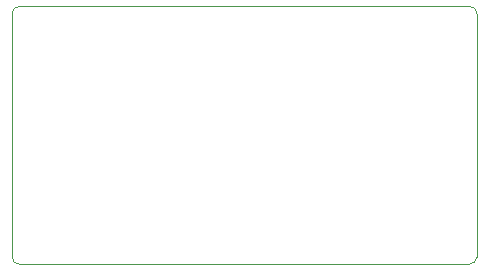
<source format=gm1>
G04 #@! TF.GenerationSoftware,KiCad,Pcbnew,(5.1.2-1)-1*
G04 #@! TF.CreationDate,2023-07-30T19:19:47+02:00*
G04 #@! TF.ProjectId,nanoLink,6e616e6f-4c69-46e6-9b2e-6b696361645f,rev?*
G04 #@! TF.SameCoordinates,Original*
G04 #@! TF.FileFunction,Profile,NP*
%FSLAX46Y46*%
G04 Gerber Fmt 4.6, Leading zero omitted, Abs format (unit mm)*
G04 Created by KiCad (PCBNEW (5.1.2-1)-1) date 2023-07-30 19:19:47*
%MOMM*%
%LPD*%
G04 APERTURE LIST*
%ADD10C,0.050000*%
G04 APERTURE END LIST*
D10*
X49149000Y-10668000D02*
G75*
G02X49784000Y-11303000I0J-635000D01*
G01*
X49784000Y-31877000D02*
G75*
G02X49149000Y-32512000I-635000J0D01*
G01*
X10414000Y-11303000D02*
G75*
G02X11049000Y-10668000I635000J0D01*
G01*
X11049000Y-32512000D02*
G75*
G02X10414000Y-31877000I0J635000D01*
G01*
X10414000Y-11303000D02*
X10414000Y-31877000D01*
X49149000Y-32512000D02*
X11049000Y-32512000D01*
X49784000Y-11303000D02*
X49784000Y-31877000D01*
X11049000Y-10668000D02*
X49149000Y-10668000D01*
M02*

</source>
